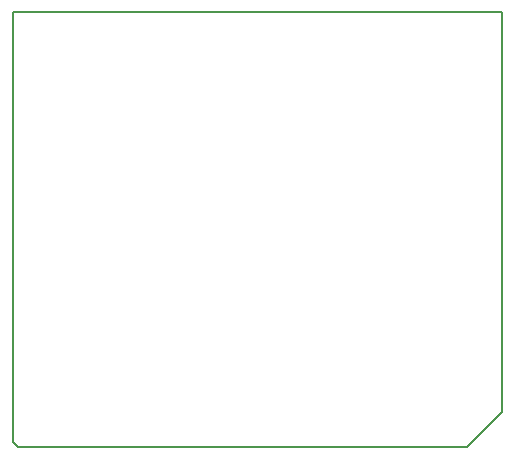
<source format=gbr>
G04*
G04 #@! TF.GenerationSoftware,Altium Limited,Altium Designer,22.4.2 (48)*
G04*
G04 Layer_Color=16711935*
%FSLAX25Y25*%
%MOIN*%
G70*
G04*
G04 #@! TF.SameCoordinates,BD52291B-EC81-4074-921C-677567915CDC*
G04*
G04*
G04 #@! TF.FilePolarity,Positive*
G04*
G01*
G75*
%ADD10C,0.00787*%
D10*
X0Y-98D02*
Y143209D01*
Y-98D02*
X1673Y-1772D01*
X151181D01*
X162795Y9843D01*
Y143209D01*
X0D02*
X162795D01*
M02*

</source>
